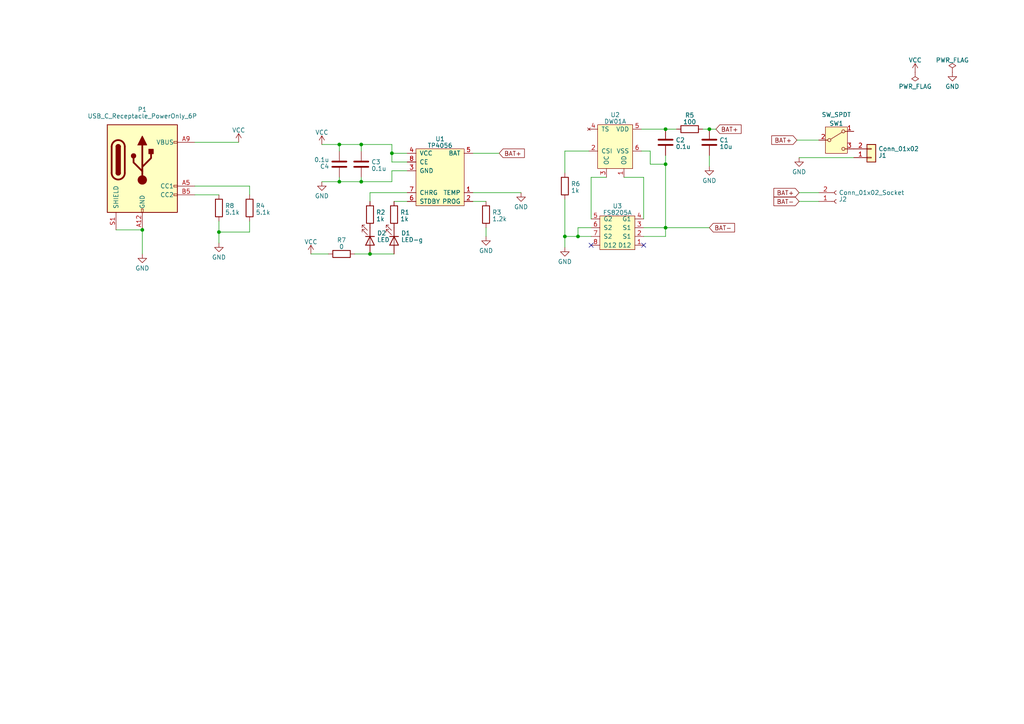
<source format=kicad_sch>
(kicad_sch (version 20231120) (generator "eeschema") (generator_version "8.0")
  (paper "A4")
  (lib_symbols
    (symbol "Connector:Conn_01x02_Socket" (pin_names (offset 1.016) hide)
      (property "Reference" "J" (at 0 2.54 0))
      (property "Value" "Conn_01x02_Socket" (at 0 -5.08 0))
      (symbol "Conn_01x02_Socket_1_1"
        (arc (start 0 -2.032) (mid -0.5058 -2.54) (end 0 -3.048) (stroke (width 0.1524)))
        (polyline (pts (xy -1.27 -2.54) (xy -0.508 -2.54)) (stroke (width 0.1524)))
        (polyline (pts (xy -1.27 0) (xy -0.508 0)) (stroke (width 0.1524)))
        (arc (start 0 0.508) (mid -0.5058 0) (end 0 -0.508) (stroke (width 0.1524)))
        (pin passive line (at -5.08 0 0) (length 3.81) (name "Pin_1") (number "1"))
        (pin passive line (at -5.08 -2.54 0) (length 3.81) (name "Pin_2") (number "2"))
      )
    )
    (symbol "Connector:USB_C_Receptacle_PowerOnly_6P" (pin_names (offset 1.016))
      (property "Reference" "J" (at 0 16.51 0))
      (property "Value" "USB_C_Receptacle_PowerOnly_6P" (at 0 13.97 0))
      (symbol "USB_C_Receptacle_PowerOnly_6P_0_0"
        (rectangle (start -0.254 -12.7) (end 0.254 -11.684))
        (rectangle (start 10.16 -7.366) (end 9.144 -7.874))
        (rectangle (start 10.16 -4.826) (end 9.144 -5.334))
        (rectangle (start 10.16 7.874) (end 9.144 7.366))
      )
      (symbol "USB_C_Receptacle_PowerOnly_6P_0_1"
        (rectangle (start -10.16 12.7) (end 10.16 -12.7) (stroke (width 0.254)) (fill (type background)))
        (arc (start -8.89 -1.27) (mid -6.985 -3.1667) (end -5.08 -1.27) (stroke (width 0.508)))
        (arc (start -7.62 -1.27) (mid -6.985 -1.9023) (end -6.35 -1.27) (stroke (width 0.254)))
        (arc (start -7.62 -1.27) (mid -6.985 -1.9023) (end -6.35 -1.27) (stroke (width 0.254)) (fill (type outline)))
        (rectangle (start -7.62 -1.27) (end -6.35 6.35) (stroke (width 0.254)) (fill (type outline)))
        (arc (start -6.35 6.35) (mid -6.985 6.9823) (end -7.62 6.35) (stroke (width 0.254)))
        (arc (start -6.35 6.35) (mid -6.985 6.9823) (end -7.62 6.35) (stroke (width 0.254)) (fill (type outline)))
        (arc (start -5.08 6.35) (mid -6.985 8.2467) (end -8.89 6.35) (stroke (width 0.508)))
        (circle (center -2.54 3.683) (radius 0.635) (stroke (width 0.254)) (fill (type outline)))
        (circle (center 0 -3.302) (radius 1.27) (fill (type outline)))
        (polyline (pts (xy -8.89 -1.27) (xy -8.89 6.35)) (stroke (width 0.508)))
        (polyline (pts (xy -5.08 6.35) (xy -5.08 -1.27)) (stroke (width 0.508)))
        (polyline (pts (xy 0 -3.302) (xy 0 6.858)) (stroke (width 0.508)))
        (polyline (pts (xy 0 -0.762) (xy -2.54 1.778) (xy -2.54 3.048)) (stroke (width 0.508)))
        (polyline (pts (xy 0 0.508) (xy 2.54 3.048) (xy 2.54 4.318)) (stroke (width 0.508)))
        (polyline (pts (xy -1.27 6.858) (xy 0 9.398) (xy 1.27 6.858) (xy -1.27 6.858)) (stroke (width 0.254)) (fill (type outline)))
        (rectangle (start 1.905 4.318) (end 3.175 5.588) (stroke (width 0.254)) (fill (type outline)))
      )
      (symbol "USB_C_Receptacle_PowerOnly_6P_1_1"
        (pin passive line (at 0 -17.78 90) (length 5.08) (name "GND") (number "A12"))
        (pin bidirectional line (at 15.24 -5.08 180) (length 5.08) (name "CC1") (number "A5"))
        (pin passive line (at 15.24 7.62 180) (length 5.08) (name "VBUS") (number "A9"))
        (pin passive line (at 0 -17.78 90) (length 5.08) hide (name "GND") (number "B12"))
        (pin bidirectional line (at 15.24 -7.62 180) (length 5.08) (name "CC2") (number "B5"))
        (pin passive line (at 15.24 7.62 180) (length 5.08) hide (name "VBUS") (number "B9"))
        (pin passive line (at -7.62 -17.78 90) (length 5.08) (name "SHIELD") (number "S1"))
      )
    )
    (symbol "Connector_Generic:Conn_01x02" (pin_names (offset 1.016) hide)
      (property "Reference" "J" (at 0 2.54 0))
      (property "Value" "Conn_01x02" (at 0 -5.08 0))
      (symbol "Conn_01x02_1_1"
        (rectangle (start -1.27 -2.413) (end 0 -2.667) (stroke (width 0.1524)))
        (rectangle (start -1.27 0.127) (end 0 -0.127) (stroke (width 0.1524)))
        (rectangle (start -1.27 1.27) (end 1.27 -3.81) (stroke (width 0.254)) (fill (type background)))
        (pin passive line (at -5.08 0 0) (length 3.81) (name "Pin_1") (number "1"))
        (pin passive line (at -5.08 -2.54 0) (length 3.81) (name "Pin_2") (number "2"))
      )
    )
    (symbol "Device:C" (pin_numbers hide) (pin_names (offset 0.254))
      (property "Reference" "C" (at 0.635 2.54 0))
      (property "Value" "C" (at 0.635 -2.54 0))
      (symbol "C_0_1"
        (polyline (pts (xy -2.032 -0.762) (xy 2.032 -0.762)) (stroke (width 0.508)))
        (polyline (pts (xy -2.032 0.762) (xy 2.032 0.762)) (stroke (width 0.508)))
      )
      (symbol "C_1_1"
        (pin passive line (at 0 3.81 270) (length 2.794) (name "~") (number "1"))
        (pin passive line (at 0 -3.81 90) (length 2.794) (name "~") (number "2"))
      )
    )
    (symbol "Device:LED" (pin_numbers hide) (pin_names (offset 1.016) hide)
      (property "Reference" "D" (at 0 2.54 0))
      (property "Value" "LED" (at 0 -2.54 0))
      (symbol "LED_0_1"
        (polyline (pts (xy -1.27 -1.27) (xy -1.27 1.27)) (stroke (width 0.254)))
        (polyline (pts (xy -1.27 0) (xy 1.27 0)))
        (polyline (pts (xy 1.27 -1.27) (xy 1.27 1.27) (xy -1.27 0) (xy 1.27 -1.27)) (stroke (width 0.254)))
        (polyline (pts (xy -3.048 -0.762) (xy -4.572 -2.286) (xy -3.81 -2.286) (xy -4.572 -2.286) (xy -4.572 -1.524)))
        (polyline (pts (xy -1.778 -0.762) (xy -3.302 -2.286) (xy -2.54 -2.286) (xy -3.302 -2.286) (xy -3.302 -1.524)))
      )
      (symbol "LED_1_1"
        (pin passive line (at -3.81 0 0) (length 2.54) (name "K") (number "1"))
        (pin passive line (at 3.81 0 180) (length 2.54) (name "A") (number "2"))
      )
    )
    (symbol "Device:R" (pin_numbers hide) (pin_names (offset 0))
      (property "Reference" "R" (at 2.032 0 90))
      (property "Value" "R" (at 0 0 90))
      (symbol "R_0_1"
        (rectangle (start -1.016 -2.54) (end 1.016 2.54) (stroke (width 0.254)))
      )
      (symbol "R_1_1"
        (pin passive line (at 0 3.81 270) (length 1.27) (name "~") (number "1"))
        (pin passive line (at 0 -3.81 90) (length 1.27) (name "~") (number "2"))
      )
    )
    (symbol "KBD_PARTS:FS8205A" (pin_names (offset 1.016))
      (property "Reference" "U" (at -3.81 6.3754 0))
      (property "Value" "FS8205A" (at -0.9398 -6.1976 0))
      (symbol "FS8205A_0_1"
        (rectangle (start -5.08 5.1054) (end 5.08 -4.6736) (fill (type background)))
      )
      (symbol "FS8205A_1_1"
        (pin power_in line (at -7.62 3.81 0) (length 2.54) (name "D12") (number "1"))
        (pin power_in line (at -7.62 1.27 0) (length 2.54) (name "S1") (number "2"))
        (pin power_in line (at -7.62 -1.27 0) (length 2.54) (name "S1") (number "3"))
        (pin input line (at -7.62 -3.81 0) (length 2.54) (name "G1") (number "4"))
        (pin input line (at 7.62 -3.81 180) (length 2.54) (name "G2") (number "5"))
        (pin power_in line (at 7.62 -1.27 180) (length 2.54) (name "S2") (number "6"))
        (pin power_in line (at 7.62 1.27 180) (length 2.54) (name "S2") (number "7"))
        (pin power_in line (at 7.62 3.81 180) (length 2.54) (name "D12") (number "8"))
      )
    )
    (symbol "PCM_marbastlib-various:DW01A" (pin_names (offset 1.016))
      (property "Reference" "U" (at -5.08 7.62 0))
      (property "Value" "DW01A" (at 2.54 7.62 0))
      (symbol "DW01A_0_1"
        (rectangle (start -5.08 6.35) (end 5.08 -6.35) (fill (type background)))
      )
      (symbol "DW01A_1_1"
        (pin output line (at -2.54 -8.89 90) (length 2.54) (name "OD") (number "1"))
        (pin input line (at 7.62 -1.27 180) (length 2.54) (name "CSI") (number "2"))
        (pin output line (at 2.54 -8.89 90) (length 2.54) (name "OC") (number "3"))
        (pin no_connect line (at 7.62 5.08 180) (length 2.54) (name "TS") (number "4"))
        (pin power_in line (at -7.62 5.08 0) (length 2.54) (name "VDD") (number "5"))
        (pin power_in line (at -7.62 -1.27 0) (length 2.54) (name "VSS") (number "6"))
      )
    )
    (symbol "PCM_marbastlib-various:TP4056" (pin_names (offset 1.016))
      (property "Reference" "U" (at -6.35 8.89 0))
      (property "Value" "TP4056" (at 2.54 -10.16 0))
      (symbol "TP4056_0_1"
        (rectangle (start -7.62 7.62) (end 6.35 -8.89) (fill (type background)))
      )
      (symbol "TP4056_1_1"
        (pin input line (at 8.89 -5.08 180) (length 2.54) (name "TEMP") (number "1"))
        (pin input line (at 8.89 -7.62 180) (length 2.54) (name "PROG") (number "2"))
        (pin power_in line (at -10.16 1.27 0) (length 2.54) (name "GND") (number "3"))
        (pin power_in line (at -10.16 6.35 0) (length 2.54) (name "VCC") (number "4"))
        (pin power_out line (at 8.89 6.35 180) (length 2.54) (name "BAT") (number "5"))
        (pin output line (at -10.16 -7.62 0) (length 2.54) (name "STDBY") (number "6"))
        (pin output line (at -10.16 -5.08 0) (length 2.54) (name "CHRG") (number "7"))
        (pin input line (at -10.16 3.81 0) (length 2.54) (name "CE") (number "8"))
      )
    )
    (symbol "Switch:SW_SPDT" (pin_names (offset 0) hide)
      (property "Reference" "SW" (at 0 5.08 0))
      (property "Value" "SW_SPDT" (at 0 -5.08 0))
      (symbol "SW_SPDT_0_1"
        (circle (center -2.032 0) (radius 0.4572))
        (polyline (pts (xy -1.651 0.254) (xy 1.651 2.286)))
        (circle (center 2.032 -2.54) (radius 0.4572))
        (circle (center 2.032 2.54) (radius 0.4572))
      )
      (symbol "SW_SPDT_1_1"
        (rectangle (start -3.175 3.81) (end 3.175 -3.81) (fill (type background)))
        (pin passive line (at 5.08 2.54 180) (length 2.54) (name "A") (number "1"))
        (pin passive line (at -5.08 0 0) (length 2.54) (name "B") (number "2"))
        (pin passive line (at 5.08 -2.54 180) (length 2.54) (name "C") (number "3"))
      )
    )
    (symbol "power:GND" (power) (pin_names (offset 0))
      (property "Value" "GND" (at 0 -3.81 0))
      (symbol "GND_0_1"
        (polyline (pts (xy 0 0) (xy 0 -1.27) (xy 1.27 -1.27) (xy 0 -2.54) (xy -1.27 -1.27) (xy 0 -1.27)))
      )
      (symbol "GND_1_1"
        (pin power_in line (at 0 0 270) (length 0) hide (name "GND") (number "1"))
      )
    )
    (symbol "power:PWR_FLAG" (power) (pin_numbers hide) (pin_names (offset 0) hide)
      (property "Value" "PWR_FLAG" (at 0 3.81 0))
      (symbol "PWR_FLAG_0_0"
        (pin power_out line (at 0 0 90) (length 0) (name "pwr") (number "1"))
      )
      (symbol "PWR_FLAG_0_1"
        (polyline (pts (xy 0 0) (xy 0 1.27) (xy -1.016 1.905) (xy 0 2.54) (xy 1.016 1.905) (xy 0 1.27)))
      )
    )
    (symbol "power:VCC" (power) (pin_names (offset 0))
      (property "Value" "VCC" (at 0 3.81 0))
      (symbol "VCC_0_1"
        (polyline (pts (xy -0.762 1.27) (xy 0 2.54)))
        (polyline (pts (xy 0 0) (xy 0 2.54)))
        (polyline (pts (xy 0 2.54) (xy 0.762 1.27)))
      )
      (symbol "VCC_1_1"
        (pin power_in line (at 0 0 90) (length 0) hide (name "VCC") (number "1"))
      )
    )
  )
  (junction (at 193.04 66.04))
  (junction (at 107.315 73.66))
  (junction (at 113.665 44.45))
  (junction (at 98.425 41.91))
  (junction (at 163.83 68.58))
  (junction (at 63.5 67.31))
  (junction (at 205.74 37.465))
  (junction (at 104.775 52.705))
  (junction (at 193.04 47.625))
  (junction (at 41.275 66.675))
  (junction (at 167.64 68.58))
  (junction (at 104.775 41.91))
  (junction (at 98.425 52.705))
  (junction (at 193.04 37.465))
  (no_connect (at 171.45 71.12))
  (no_connect (at 186.69 71.12))
  (wire (pts (xy 163.83 71.755) (xy 163.83 68.58)))
  (wire (pts (xy 188.595 47.625) (xy 193.04 47.625)))
  (wire (pts (xy 171.45 51.435) (xy 171.45 63.5)))
  (wire (pts (xy 98.425 52.705) (xy 104.775 52.705)))
  (wire (pts (xy 104.775 41.91) (xy 104.775 43.815)))
  (wire (pts (xy 98.425 51.435) (xy 98.425 52.705)))
  (wire (pts (xy 41.275 66.675) (xy 41.275 73.66)))
  (wire (pts (xy 90.17 73.66) (xy 95.25 73.66)))
  (wire (pts (xy 175.895 51.435) (xy 171.45 51.435)))
  (wire (pts (xy 205.74 37.465) (xy 207.645 37.465)))
  (wire (pts (xy 193.04 66.04) (xy 205.74 66.04)))
  (wire (pts (xy 113.665 46.99) (xy 118.11 46.99)))
  (wire (pts (xy 171.45 66.04) (xy 167.64 66.04)))
  (wire (pts (xy 231.775 45.72) (xy 247.65 45.72)))
  (wire (pts (xy 205.74 45.085) (xy 205.74 48.26)))
  (wire (pts (xy 167.64 66.04) (xy 167.64 68.58)))
  (wire (pts (xy 137.16 58.42) (xy 140.97 58.42)))
  (wire (pts (xy 98.425 41.91) (xy 104.775 41.91)))
  (wire (pts (xy 163.83 50.165) (xy 163.83 43.815)))
  (wire (pts (xy 163.83 68.58) (xy 163.83 57.785)))
  (wire (pts (xy 113.665 44.45) (xy 113.665 46.99)))
  (wire (pts (xy 63.5 67.31) (xy 63.5 70.485)))
  (wire (pts (xy 118.11 55.88) (xy 107.315 55.88)))
  (wire (pts (xy 104.775 51.435) (xy 104.775 52.705)))
  (wire (pts (xy 171.45 68.58) (xy 167.64 68.58)))
  (wire (pts (xy 107.315 73.66) (xy 114.3 73.66)))
  (wire (pts (xy 104.775 52.705) (xy 113.665 52.705)))
  (wire (pts (xy 140.97 68.58) (xy 140.97 66.04)))
  (wire (pts (xy 180.975 51.435) (xy 186.69 51.435)))
  (wire (pts (xy 231.775 58.42) (xy 237.49 58.42)))
  (wire (pts (xy 72.39 64.135) (xy 72.39 67.31)))
  (wire (pts (xy 186.69 51.435) (xy 186.69 63.5)))
  (wire (pts (xy 113.665 52.705) (xy 113.665 49.53)))
  (wire (pts (xy 188.595 43.815) (xy 188.595 47.625)))
  (wire (pts (xy 56.515 41.275) (xy 69.215 41.275)))
  (wire (pts (xy 102.87 73.66) (xy 107.315 73.66)))
  (wire (pts (xy 33.655 66.675) (xy 41.275 66.675)))
  (wire (pts (xy 193.04 68.58) (xy 193.04 66.04)))
  (wire (pts (xy 56.515 53.975) (xy 72.39 53.975)))
  (wire (pts (xy 114.3 58.42) (xy 118.11 58.42)))
  (wire (pts (xy 203.835 37.465) (xy 205.74 37.465)))
  (wire (pts (xy 104.775 41.91) (xy 113.665 41.91)))
  (wire (pts (xy 72.39 67.31) (xy 63.5 67.31)))
  (wire (pts (xy 193.04 66.04) (xy 193.04 47.625)))
  (wire (pts (xy 137.16 55.88) (xy 151.13 55.88)))
  (wire (pts (xy 107.315 55.88) (xy 107.315 58.42)))
  (wire (pts (xy 167.64 68.58) (xy 163.83 68.58)))
  (wire (pts (xy 72.39 53.975) (xy 72.39 56.515)))
  (wire (pts (xy 231.14 40.64) (xy 237.49 40.64)))
  (wire (pts (xy 118.11 44.45) (xy 113.665 44.45)))
  (wire (pts (xy 98.425 41.91) (xy 98.425 43.815)))
  (wire (pts (xy 186.69 66.04) (xy 193.04 66.04)))
  (wire (pts (xy 193.04 47.625) (xy 193.04 45.085)))
  (wire (pts (xy 163.83 43.815) (xy 170.815 43.815)))
  (wire (pts (xy 193.04 37.465) (xy 196.215 37.465)))
  (wire (pts (xy 56.515 56.515) (xy 63.5 56.515)))
  (wire (pts (xy 186.055 37.465) (xy 193.04 37.465)))
  (wire (pts (xy 63.5 64.135) (xy 63.5 67.31)))
  (wire (pts (xy 113.665 41.91) (xy 113.665 44.45)))
  (wire (pts (xy 231.775 55.88) (xy 237.49 55.88)))
  (wire (pts (xy 186.055 43.815) (xy 188.595 43.815)))
  (wire (pts (xy 137.16 44.45) (xy 144.78 44.45)))
  (wire (pts (xy 93.345 52.705) (xy 98.425 52.705)))
  (wire (pts (xy 186.69 68.58) (xy 193.04 68.58)))
  (wire (pts (xy 93.345 41.91) (xy 98.425 41.91)))
  (wire (pts (xy 113.665 49.53) (xy 118.11 49.53)))
  (global_label "BAT+" (shape input) (at 207.645 37.465 0) (property "Intersheetrefs" "${INTERSHEET_REFS}" (effects (hide yes))))
  (global_label "BAT+" (shape input) (at 231.14 40.64 180) (property "Intersheetrefs" "${INTERSHEET_REFS}" (effects (hide yes))))
  (global_label "BAT+" (shape input) (at 231.775 55.88 180) (property "Intersheetrefs" "${INTERSHEET_REFS}" (effects (hide yes))))
  (global_label "BAT-" (shape input) (at 231.775 58.42 180) (property "Intersheetrefs" "${INTERSHEET_REFS}" (effects (hide yes))))
  (global_label "BAT+" (shape input) (at 144.78 44.45 0) (property "Intersheetrefs" "${INTERSHEET_REFS}" (effects (hide yes))))
  (global_label "BAT-" (shape input) (at 205.74 66.04 0) (property "Intersheetrefs" "${INTERSHEET_REFS}" (effects (hide yes))))
  (symbol (lib_id "power:GND") (at 163.83 71.755 0) (unit 1)
    (property "Reference" "#PWR08" (effects (hide yes)))
    (property "Value" "GND" (at 163.83 75.8905 0))
  )
  (symbol (lib_id "Device:R") (at 163.83 53.975 180) (unit 1)
    (property "Reference" "R6" (at 165.608 53.3313 0) (effects (justify right)))
    (property "Value" "1k" (at 165.608 55.2523 0) (effects (justify right)))
    (property "Footprint" "Resistor_SMD:R_0201_0603Metric_Pad0.64x0.40mm_HandSolder" (effects (hide yes)))
  )
  (symbol (lib_id "Device:R") (at 140.97 62.23 180) (unit 1)
    (property "Reference" "R3" (at 142.748 61.5863 0) (effects (justify right)))
    (property "Value" "1.2k" (at 142.748 63.5073 0) (effects (justify right)))
    (property "Footprint" "Resistor_SMD:R_0201_0603Metric_Pad0.64x0.40mm_HandSolder" (effects (hide yes)))
  )
  (symbol (lib_id "Device:C") (at 98.425 47.625 180) (unit 1)
    (property "Reference" "C4" (at 95.504 48.2687 0) (effects (justify left)))
    (property "Value" "0.1u" (at 95.504 46.3477 0) (effects (justify left)))
    (property "Footprint" "Capacitor_SMD:C_0603_1608Metric_Pad1.08x0.95mm_HandSolder" (effects (hide yes)))
  )
  (symbol (lib_id "power:PWR_FLAG") (at 265.43 20.955 180) (unit 1)
    (property "Reference" "#FLG01" (effects (hide yes)))
    (property "Value" "PWR_FLAG" (at 265.43 25.0905 0))
  )
  (symbol (lib_id "power:GND") (at 63.5 70.485 0) (unit 1)
    (property "Reference" "#PWR010" (effects (hide yes)))
    (property "Value" "GND" (at 63.5 74.6205 0))
  )
  (symbol (lib_id "power:PWR_FLAG") (at 276.225 20.955 0) (unit 1)
    (property "Reference" "#FLG02" (effects (hide yes)))
    (property "Value" "PWR_FLAG" (at 276.225 17.4531 0))
  )
  (symbol (lib_id "PCM_marbastlib-various:DW01A") (at 178.435 42.545 0) (mirror y) (unit 1)
    (property "Reference" "U2" (at 178.435 33.3121 0))
    (property "Value" "DW01A" (at 178.435 35.2331 0))
    (property "Footprint" "Package_TO_SOT_SMD:SOT-23-6" (effects (hide yes)))
    (property "Datasheet" "https://datasheet.lcsc.com/szlcsc/Fortune-Semicon-DW01A-G_C61503.pdf" (effects (hide yes)))
    (property "LCSC" "C61503" (effects (hide yes)))
  )
  (symbol (lib_id "Device:LED") (at 114.3 69.85 270) (unit 1)
    (property "Reference" "D1" (at 116.332 67.6188 90) (effects (justify left)))
    (property "Value" "LED-g" (at 116.332 69.5398 90) (effects (justify left)))
    (property "Footprint" "LED_SMD:LED_0603_1608Metric_Pad1.05x0.95mm_HandSolder" (effects (hide yes)))
  )
  (symbol (lib_id "power:GND") (at 41.275 73.66 0) (unit 1)
    (property "Reference" "#PWR012" (effects (hide yes)))
    (property "Value" "GND" (at 41.275 77.7955 0))
  )
  (symbol (lib_id "Device:C") (at 205.74 41.275 0) (unit 1)
    (property "Reference" "C1" (at 208.661 40.6313 0) (effects (justify left)))
    (property "Value" "10u" (at 208.661 42.5523 0) (effects (justify left)))
    (property "Footprint" "Capacitor_SMD:C_1206_3216Metric_Pad1.33x1.80mm_HandSolder" (effects (hide yes)))
  )
  (symbol (lib_id "power:GND") (at 231.775 45.72 0) (unit 1)
    (property "Reference" "#PWR014" (effects (hide yes)))
    (property "Value" "GND" (at 231.775 49.8555 0))
  )
  (symbol (lib_id "power:VCC") (at 90.17 73.66 0) (mirror y) (unit 1)
    (property "Reference" "#PWR04" (effects (hide yes)))
    (property "Value" "VCC" (at 90.17 70.1581 0))
  )
  (symbol (lib_id "Device:R") (at 107.315 62.23 0) (unit 1)
    (property "Reference" "R2" (at 109.093 61.5863 0) (effects (justify left)))
    (property "Value" "1k" (at 109.093 63.5073 0) (effects (justify left)))
    (property "Footprint" "Resistor_SMD:R_0201_0603Metric_Pad0.64x0.40mm_HandSolder" (effects (hide yes)))
  )
  (symbol (lib_id "Device:R") (at 200.025 37.465 90) (unit 1)
    (property "Reference" "R5" (at 200.025 33.4391 90))
    (property "Value" "100" (at 200.025 35.3601 90))
    (property "Footprint" "Resistor_SMD:R_0201_0603Metric_Pad0.64x0.40mm_HandSolder" (effects (hide yes)))
  )
  (symbol (lib_id "Switch:SW_SPDT") (at 242.57 40.64 0) (unit 1)
    (property "Reference" "SW1" (at 242.57 35.814 0))
    (property "Value" "SW_SPDT" (at 242.57 33.274 0))
    (property "Footprint" "Button_Switch_SMD:SW_SPDT_PCM12" (effects (hide yes)))
    (property "Description" "Switch, single pole double throw" (effects (hide yes)))
  )
  (symbol (lib_id "Device:R") (at 114.3 62.23 180) (unit 1)
    (property "Reference" "R1" (at 116.078 61.5863 0) (effects (justify right)))
    (property "Value" "1k" (at 116.078 63.5073 0) (effects (justify right)))
    (property "Footprint" "Resistor_SMD:R_0201_0603Metric_Pad0.64x0.40mm_HandSolder" (effects (hide yes)))
  )
  (symbol (lib_id "Device:R") (at 72.39 60.325 180) (unit 1)
    (property "Reference" "R4" (at 74.168 59.6813 0) (effects (justify right)))
    (property "Value" "5.1k" (at 74.168 61.6023 0) (effects (justify right)))
    (property "Footprint" "Resistor_SMD:R_0603_1608Metric_Pad0.98x0.95mm_HandSolder" (effects (hide yes)))
  )
  (symbol (lib_id "Connector:Conn_01x02_Socket") (at 242.57 58.42 0) (mirror x) (unit 1)
    (property "Reference" "J2" (at 243.2812 57.7937 0) (effects (justify left)))
    (property "Value" "Conn_01x02_Socket" (at 243.2812 55.8727 0) (effects (justify left)))
    (property "Footprint" "Connector_JST:JST_SH_SM02B-SRSS-TB_1x02-1MP_P1.00mm_Horizontal" (effects (hide yes)))
  )
  (symbol (lib_id "power:VCC") (at 93.345 41.91 0) (mirror y) (unit 1)
    (property "Reference" "#PWR03" (effects (hide yes)))
    (property "Value" "VCC" (at 93.345 38.4081 0))
  )
  (symbol (lib_id "Device:R") (at 99.06 73.66 270) (unit 1)
    (property "Reference" "R7" (at 99.06 69.6341 90))
    (property "Value" "0" (at 99.06 71.5551 90))
    (property "Footprint" "Resistor_SMD:R_0201_0603Metric_Pad0.64x0.40mm_HandSolder" (effects (hide yes)))
  )
  (symbol (lib_id "power:GND") (at 93.345 52.705 0) (unit 1)
    (property "Reference" "#PWR07" (effects (hide yes)))
    (property "Value" "GND" (at 93.345 56.8405 0))
  )
  (symbol (lib_id "Device:LED") (at 107.315 69.85 270) (unit 1)
    (property "Reference" "D2" (at 109.347 67.6188 90) (effects (justify left)))
    (property "Value" "LED" (at 109.347 69.5398 90) (effects (justify left)))
    (property "Footprint" "LED_SMD:LED_0603_1608Metric_Pad1.05x0.95mm_HandSolder" (effects (hide yes)))
  )
  (symbol (lib_id "power:VCC") (at 265.43 20.955 0) (unit 1)
    (property "Reference" "#PWR01" (effects (hide yes)))
    (property "Value" "VCC" (at 265.43 17.4531 0))
  )
  (symbol (lib_id "power:GND") (at 205.74 48.26 0) (unit 1)
    (property "Reference" "#PWR09" (effects (hide yes)))
    (property "Value" "GND" (at 205.74 52.3955 0))
  )
  (symbol (lib_id "KBD_PARTS:FS8205A") (at 179.07 67.31 180) (unit 1)
    (property "Reference" "U3" (at 179.07 59.7535 0))
    (property "Value" "FS8205A" (at 179.07 61.6745 0))
    (property "Footprint" "Package_SO:TSSOP-8_4.4x3mm_P0.65mm" (effects (hide yes)))
    (property "Datasheet" "http://www.mpu51.com/mcucity/DATA_PDF/FS8205A-DS-12_EN.pdf" (effects (hide yes)))
    (property "LCSC" "C32254" (effects (hide yes)))
  )
  (symbol (lib_id "Device:R") (at 63.5 60.325 0) (unit 1)
    (property "Reference" "R8" (at 65.278 59.6813 0) (effects (justify left)))
    (property "Value" "5.1k" (at 65.278 61.6023 0) (effects (justify left)))
    (property "Footprint" "Resistor_SMD:R_0603_1608Metric_Pad0.98x0.95mm_HandSolder" (effects (hide yes)))
  )
  (symbol (lib_id "Device:C") (at 104.775 47.625 0) (unit 1)
    (property "Reference" "C3" (at 107.696 46.9813 0) (effects (justify left)))
    (property "Value" "0.1u" (at 107.696 48.9023 0) (effects (justify left)))
    (property "Footprint" "Capacitor_SMD:C_0603_1608Metric_Pad1.08x0.95mm_HandSolder" (effects (hide yes)))
  )
  (symbol (lib_id "PCM_marbastlib-various:TP4056") (at 128.27 50.8 0) (unit 1)
    (property "Reference" "U1" (at 127.635 40.2971 0))
    (property "Value" "TP4056" (at 127.635 42.2181 0))
    (property "Footprint" "Package_SO:SOP-8-1EP_4.57x4.57mm_P1.27mm_EP4.57x4.45mm_ThermalVias" (effects (hide yes)))
    (property "Datasheet" "https://datasheet.lcsc.com/szlcsc/1906261508_Nanjing-Extension-Microelectronics-TP4056-42-ESOP8_C16581.pdf" (effects (hide yes)))
    (property "LCSC" "C16581" (effects (hide yes)))
  )
  (symbol (lib_id "Connector_Generic:Conn_01x02") (at 252.73 45.72 0) (mirror x) (unit 1)
    (property "Reference" "J1" (at 254.762 45.0937 0) (effects (justify left)))
    (property "Value" "Conn_01x02" (at 254.762 43.1727 0) (effects (justify left)))
    (property "Footprint" "Connector_JST:JST_SH_SM02B-SRSS-TB_1x02-1MP_P1.00mm_Horizontal" (effects (hide yes)))
  )
  (symbol (lib_id "power:GND") (at 140.97 68.58 0) (unit 1)
    (property "Reference" "#PWR05" (effects (hide yes)))
    (property "Value" "GND" (at 140.97 72.7155 0))
  )
  (symbol (lib_id "Connector:USB_C_Receptacle_PowerOnly_6P") (at 41.275 48.895 0) (unit 1)
    (property "Reference" "P1" (at 41.275 31.75 0))
    (property "Value" "USB_C_Receptacle_PowerOnly_6P" (at 41.275 33.671 0))
    (property "Footprint" "KBD_PARTS:USB-C-6P-C-31-M-17" (effects (hide yes)))
    (property "Datasheet" "https://www.usb.org/sites/default/files/documents/usb_type-c.zip" (effects (hide yes)))
  )
  (symbol (lib_id "power:VCC") (at 69.215 41.275 0) (mirror y) (unit 1)
    (property "Reference" "#PWR011" (effects (hide yes)))
    (property "Value" "VCC" (at 69.215 37.7731 0))
  )
  (symbol (lib_id "Device:C") (at 193.04 41.275 0) (unit 1)
    (property "Reference" "C2" (at 195.961 40.6313 0) (effects (justify left)))
    (property "Value" "0.1u" (at 195.961 42.5523 0) (effects (justify left)))
    (property "Footprint" "Capacitor_SMD:C_0603_1608Metric_Pad1.08x0.95mm_HandSolder" (effects (hide yes)))
  )
  (symbol (lib_id "power:GND") (at 151.13 55.88 0) (unit 1)
    (property "Reference" "#PWR06" (effects (hide yes)))
    (property "Value" "GND" (at 151.13 60.0155 0))
  )
  (symbol (lib_id "power:GND") (at 276.225 20.955 0) (unit 1)
    (property "Reference" "#PWR02" (effects (hide yes)))
    (property "Value" "GND" (at 276.225 25.0905 0))
  )
)
</source>
